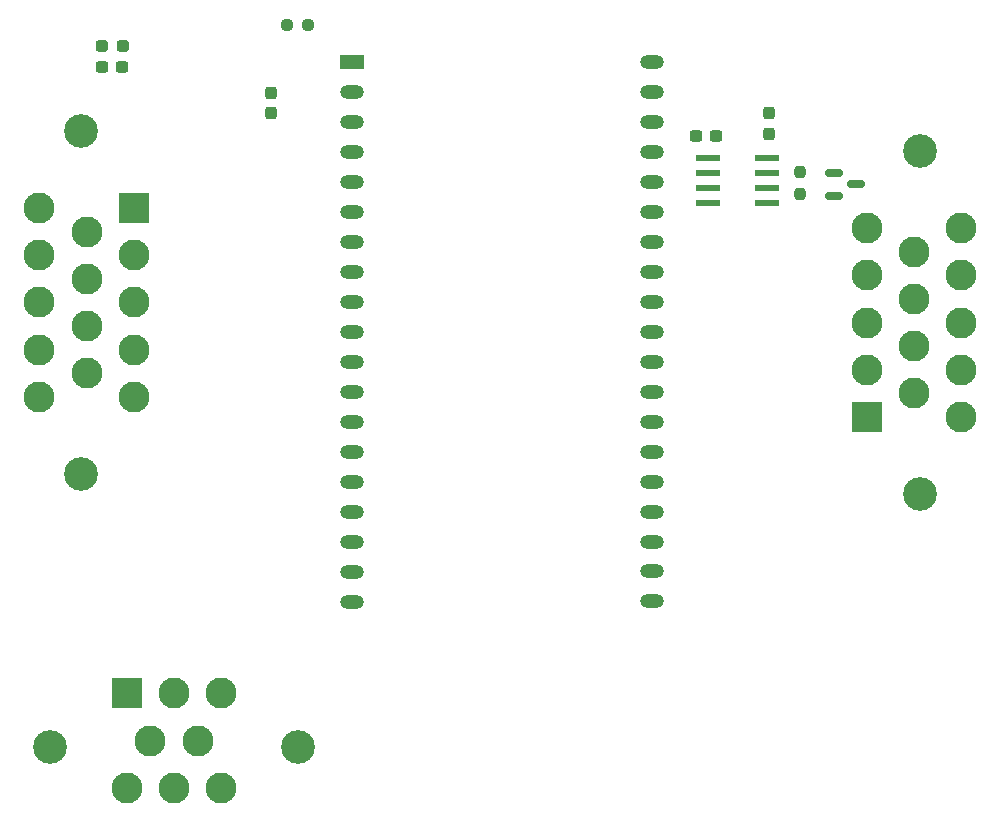
<source format=gbr>
%TF.GenerationSoftware,KiCad,Pcbnew,(6.0.1-0)*%
%TF.CreationDate,2023-02-28T13:35:45-05:00*%
%TF.ProjectId,Front Board,46726f6e-7420-4426-9f61-72642e6b6963,rev?*%
%TF.SameCoordinates,Original*%
%TF.FileFunction,Soldermask,Bot*%
%TF.FilePolarity,Negative*%
%FSLAX46Y46*%
G04 Gerber Fmt 4.6, Leading zero omitted, Abs format (unit mm)*
G04 Created by KiCad (PCBNEW (6.0.1-0)) date 2023-02-28 13:35:45*
%MOMM*%
%LPD*%
G01*
G04 APERTURE LIST*
G04 Aperture macros list*
%AMRoundRect*
0 Rectangle with rounded corners*
0 $1 Rounding radius*
0 $2 $3 $4 $5 $6 $7 $8 $9 X,Y pos of 4 corners*
0 Add a 4 corners polygon primitive as box body*
4,1,4,$2,$3,$4,$5,$6,$7,$8,$9,$2,$3,0*
0 Add four circle primitives for the rounded corners*
1,1,$1+$1,$2,$3*
1,1,$1+$1,$4,$5*
1,1,$1+$1,$6,$7*
1,1,$1+$1,$8,$9*
0 Add four rect primitives between the rounded corners*
20,1,$1+$1,$2,$3,$4,$5,0*
20,1,$1+$1,$4,$5,$6,$7,0*
20,1,$1+$1,$6,$7,$8,$9,0*
20,1,$1+$1,$8,$9,$2,$3,0*%
G04 Aperture macros list end*
%ADD10R,2.000000X1.200000*%
%ADD11O,2.000000X1.200000*%
%ADD12C,2.850000*%
%ADD13R,2.625000X2.625000*%
%ADD14C,2.625000*%
%ADD15RoundRect,0.237500X0.237500X-0.250000X0.237500X0.250000X-0.237500X0.250000X-0.237500X-0.250000X0*%
%ADD16RoundRect,0.237500X-0.287500X-0.237500X0.287500X-0.237500X0.287500X0.237500X-0.287500X0.237500X0*%
%ADD17RoundRect,0.237500X0.237500X-0.300000X0.237500X0.300000X-0.237500X0.300000X-0.237500X-0.300000X0*%
%ADD18RoundRect,0.237500X-0.300000X-0.237500X0.300000X-0.237500X0.300000X0.237500X-0.300000X0.237500X0*%
%ADD19RoundRect,0.041300X-0.943700X-0.253700X0.943700X-0.253700X0.943700X0.253700X-0.943700X0.253700X0*%
%ADD20RoundRect,0.237500X0.300000X0.237500X-0.300000X0.237500X-0.300000X-0.237500X0.300000X-0.237500X0*%
%ADD21RoundRect,0.150000X-0.587500X-0.150000X0.587500X-0.150000X0.587500X0.150000X-0.587500X0.150000X0*%
%ADD22RoundRect,0.237500X0.250000X0.237500X-0.250000X0.237500X-0.250000X-0.237500X0.250000X-0.237500X0*%
G04 APERTURE END LIST*
D10*
%TO.C,U3*%
X137600000Y-68130000D03*
D11*
X137600000Y-70670000D03*
X137600000Y-73210000D03*
X137600000Y-75750000D03*
X137600000Y-78290000D03*
X137600000Y-80830000D03*
X137600000Y-83370000D03*
X137600000Y-85910000D03*
X137600000Y-88450000D03*
X137600000Y-90990000D03*
X137600000Y-93530000D03*
X137600000Y-96070000D03*
X137600000Y-98610000D03*
X137600000Y-101150000D03*
X137600000Y-103690000D03*
X137600000Y-106230000D03*
X137600000Y-108770000D03*
X137600000Y-111310000D03*
X137600000Y-113850000D03*
X162996320Y-113847280D03*
X162996320Y-111307280D03*
X163000000Y-108770000D03*
X163000000Y-106230000D03*
X163000000Y-103690000D03*
X163000000Y-101150000D03*
X163000000Y-98610000D03*
X163000000Y-96070000D03*
X163000000Y-93530000D03*
X163000000Y-90990000D03*
X163000000Y-88450000D03*
X163000000Y-85910000D03*
X163000000Y-83370000D03*
X163000000Y-80830000D03*
X163000000Y-78290000D03*
X163000000Y-75750000D03*
X163000000Y-73210000D03*
X163000000Y-70670000D03*
X163000000Y-68130000D03*
%TD*%
D12*
%TO.C,J3*%
X133000000Y-126130000D03*
X112000000Y-126130000D03*
D13*
X118500000Y-121630000D03*
D14*
X122500000Y-121630000D03*
X126500000Y-121630000D03*
X120500000Y-125630000D03*
X124500000Y-125630000D03*
X118500000Y-129630000D03*
X122500000Y-129630000D03*
X126500000Y-129630000D03*
%TD*%
D12*
%TO.C,J1*%
X114600000Y-103030000D03*
X114600000Y-74030000D03*
D13*
X119100000Y-80530000D03*
D14*
X119100000Y-84530000D03*
X119100000Y-88530000D03*
X119100000Y-92530000D03*
X119100000Y-96530000D03*
X115100000Y-82530000D03*
X115100000Y-86530000D03*
X115100000Y-90530000D03*
X115100000Y-94530000D03*
X111100000Y-80530000D03*
X111100000Y-84530000D03*
X111100000Y-88530000D03*
X111100000Y-92530000D03*
X111100000Y-96530000D03*
%TD*%
D12*
%TO.C,J2*%
X185637500Y-104730000D03*
X185637500Y-75730000D03*
D13*
X181137500Y-98230000D03*
D14*
X181137500Y-94230000D03*
X181137500Y-90230000D03*
X181137500Y-86230000D03*
X181137500Y-82230000D03*
X185137500Y-96230000D03*
X185137500Y-92230000D03*
X185137500Y-88230000D03*
X185137500Y-84230000D03*
X189137500Y-98230000D03*
X189137500Y-94230000D03*
X189137500Y-90230000D03*
X189137500Y-86230000D03*
X189137500Y-82230000D03*
%TD*%
D15*
%TO.C,R1*%
X175500000Y-79342500D03*
X175500000Y-77517500D03*
%TD*%
D16*
%TO.C,D7*%
X116425000Y-66825000D03*
X118175000Y-66825000D03*
%TD*%
D17*
%TO.C,C2*%
X130750000Y-72500000D03*
X130750000Y-70775000D03*
%TD*%
D18*
%TO.C,C1*%
X116375000Y-68625000D03*
X118100000Y-68625000D03*
%TD*%
D19*
%TO.C,U1*%
X167725000Y-80135000D03*
X167725000Y-78865000D03*
X167725000Y-77595000D03*
X167725000Y-76325000D03*
X172675000Y-76325000D03*
X172675000Y-77595000D03*
X172675000Y-78865000D03*
X172675000Y-80135000D03*
%TD*%
D20*
%TO.C,C4*%
X168400000Y-74430000D03*
X166675000Y-74430000D03*
%TD*%
D21*
%TO.C,D1*%
X178362500Y-79480000D03*
X178362500Y-77580000D03*
X180237500Y-78530000D03*
%TD*%
D22*
%TO.C,R2*%
X133887500Y-65050000D03*
X132062500Y-65050000D03*
%TD*%
D17*
%TO.C,C3*%
X172900000Y-74230000D03*
X172900000Y-72505000D03*
%TD*%
M02*

</source>
